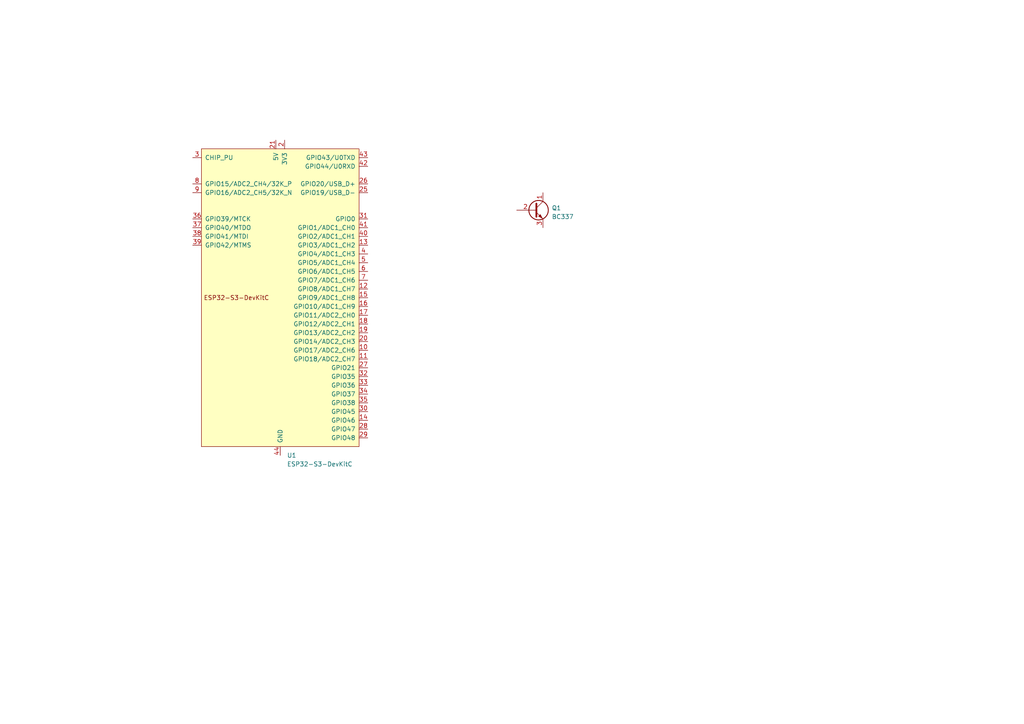
<source format=kicad_sch>
(kicad_sch (version 20230121) (generator eeschema)
  (paper "A4")
  (lib_symbols
    (symbol "PCM_Espressif:ESP32-S3-DevKitC" (pin_names (offset 1.016))
      (property "Reference" "U" (at -22.86 48.26 0))
      (property "Value" "ESP32-S3-DevKitC" (at -22.86 45.72 0))
      (symbol "ESP32-S3-DevKitC_0_0"
        (text "ESP32-S3-DevKitC" (at -12.7 0 0) (effects (font (size 1.27 1.27))))
        (pin bidirectional line (at 25.4 -35.56 180) (length 2.54) (name "GPIO46") (number "14"))
        (pin bidirectional line (at 25.4 -10.16 180) (length 2.54) (name "GPIO13/ADC2_CH2") (number "19"))
        (pin bidirectional line (at -25.4 15.24 0) (length 2.54) (name "GPIO42/MTMS") (number "39"))
        (pin bidirectional line (at 25.4 17.78 180) (length 2.54) (name "GPIO2/ADC1_CH1") (number "40"))
        (pin bidirectional line (at 25.4 20.32 180) (length 2.54) (name "GPIO1/ADC1_CH0") (number "41"))
        (pin bidirectional line (at 25.4 38.1 180) (length 2.54) (name "GPIO44/U0RXD") (number "42"))
        (pin bidirectional line (at 25.4 40.64 180) (length 2.54) (name "GPIO43/U0TXD") (number "43"))
        (pin power_in line (at 0 -45.72 90) (length 2.54) (name "GND") (number "44"))
      )
      (symbol "ESP32-S3-DevKitC_0_1"
        (rectangle (start -22.86 43.18) (end 22.86 -43.18) (fill (type background)))
        (pin power_in line (at 1.27 45.72 270) (length 2.54) (name "3V3") (number "2"))
      )
      (symbol "ESP32-S3-DevKitC_1_1"
        (pin passive line (at 1.27 45.72 270) (length 2.54) hide (name "3V3") (number "1"))
        (pin bidirectional line (at 25.4 -15.24 180) (length 2.54) (name "GPIO17/ADC2_CH6") (number "10"))
        (pin bidirectional line (at 25.4 -17.78 180) (length 2.54) (name "GPIO18/ADC2_CH7") (number "11"))
        (pin bidirectional line (at 25.4 2.54 180) (length 2.54) (name "GPIO8/ADC1_CH7") (number "12"))
        (pin bidirectional line (at 25.4 15.24 180) (length 2.54) (name "GPIO3/ADC1_CH2") (number "13"))
        (pin bidirectional line (at 25.4 0 180) (length 2.54) (name "GPIO9/ADC1_CH8") (number "15"))
        (pin bidirectional line (at 25.4 -2.54 180) (length 2.54) (name "GPIO10/ADC1_CH9") (number "16"))
        (pin bidirectional line (at 25.4 -5.08 180) (length 2.54) (name "GPIO11/ADC2_CH0") (number "17"))
        (pin bidirectional line (at 25.4 -7.62 180) (length 2.54) (name "GPIO12/ADC2_CH1") (number "18"))
        (pin bidirectional line (at 25.4 -12.7 180) (length 2.54) (name "GPIO14/ADC2_CH3") (number "20"))
        (pin power_in line (at -1.27 45.72 270) (length 2.54) (name "5V") (number "21"))
        (pin passive line (at 0 -45.72 90) (length 2.54) hide (name "GND") (number "22"))
        (pin passive line (at 0 -45.72 90) (length 2.54) hide (name "GND") (number "23"))
        (pin passive line (at 0 -45.72 90) (length 2.54) hide (name "GND") (number "24"))
        (pin bidirectional line (at 25.4 30.48 180) (length 2.54) (name "GPIO19/USB_D-") (number "25"))
        (pin bidirectional line (at 25.4 33.02 180) (length 2.54) (name "GPIO20/USB_D+") (number "26"))
        (pin bidirectional line (at 25.4 -20.32 180) (length 2.54) (name "GPIO21") (number "27"))
        (pin bidirectional line (at 25.4 -38.1 180) (length 2.54) (name "GPIO47") (number "28"))
        (pin bidirectional line (at 25.4 -40.64 180) (length 2.54) (name "GPIO48") (number "29"))
        (pin input line (at -25.4 40.64 0) (length 2.54) (name "CHIP_PU") (number "3"))
        (pin bidirectional line (at 25.4 -33.02 180) (length 2.54) (name "GPIO45") (number "30"))
        (pin bidirectional line (at 25.4 22.86 180) (length 2.54) (name "GPIO0") (number "31"))
        (pin bidirectional line (at 25.4 -22.86 180) (length 2.54) (name "GPIO35") (number "32"))
        (pin bidirectional line (at 25.4 -25.4 180) (length 2.54) (name "GPIO36") (number "33"))
        (pin bidirectional line (at 25.4 -27.94 180) (length 2.54) (name "GPIO37") (number "34"))
        (pin bidirectional line (at 25.4 -30.48 180) (length 2.54) (name "GPIO38") (number "35"))
        (pin bidirectional line (at -25.4 22.86 0) (length 2.54) (name "GPIO39/MTCK") (number "36"))
        (pin bidirectional line (at -25.4 20.32 0) (length 2.54) (name "GPIO40/MTDO") (number "37"))
        (pin bidirectional line (at -25.4 17.78 0) (length 2.54) (name "GPIO41/MTDI") (number "38"))
        (pin bidirectional line (at 25.4 12.7 180) (length 2.54) (name "GPIO4/ADC1_CH3") (number "4"))
        (pin bidirectional line (at 25.4 10.16 180) (length 2.54) (name "GPIO5/ADC1_CH4") (number "5"))
        (pin bidirectional line (at 25.4 7.62 180) (length 2.54) (name "GPIO6/ADC1_CH5") (number "6"))
        (pin bidirectional line (at 25.4 5.08 180) (length 2.54) (name "GPIO7/ADC1_CH6") (number "7"))
        (pin bidirectional line (at -25.4 33.02 0) (length 2.54) (name "GPIO15/ADC2_CH4/32K_P") (number "8"))
        (pin bidirectional line (at -25.4 30.48 0) (length 2.54) (name "GPIO16/ADC2_CH5/32K_N") (number "9"))
      )
    )
    (symbol "Transistor_BJT:BC337" (pin_names (offset 0) hide)
      (property "Reference" "Q" (at 5.08 1.905 0))
      (property "Value" "BC337" (at 5.08 0 0))
      (symbol "BC337_0_1"
        (polyline (pts (xy 0 0) (xy 0.635 0)))
        (polyline (pts (xy 0.635 0.635) (xy 2.54 2.54)))
        (polyline (pts (xy 0.635 -0.635) (xy 2.54 -2.54) (xy 2.54 -2.54)))
        (polyline (pts (xy 0.635 1.905) (xy 0.635 -1.905) (xy 0.635 -1.905)) (stroke (width 0.508)))
        (polyline (pts (xy 1.27 -1.778) (xy 1.778 -1.27) (xy 2.286 -2.286) (xy 1.27 -1.778) (xy 1.27 -1.778)) (fill (type outline)))
        (circle (center 1.27 0) (radius 2.8194) (stroke (width 0.254)))
      )
      (symbol "BC337_1_1"
        (pin passive line (at 2.54 5.08 270) (length 2.54) (name "C") (number "1"))
        (pin input line (at -5.08 0 0) (length 5.08) (name "B") (number "2"))
        (pin passive line (at 2.54 -5.08 90) (length 2.54) (name "E") (number "3"))
      )
    )
  )
  (symbol (lib_id "PCM_Espressif:ESP32-S3-DevKitC") (at 81.28 86.36 0) (unit 1)
    (property "Reference" "U1" (at 83.2359 132.08 0) (effects (justify left)))
    (property "Value" "ESP32-S3-DevKitC" (at 83.2359 134.62 0) (effects (justify left)))
    (property "Footprint" "PCM_Espressif:ESP32-S3-DevKitC" (effects hide))
  )
  (symbol (lib_id "Transistor_BJT:BC337") (at 154.94 60.96 0) (unit 1)
    (property "Reference" "Q1" (at 160.02 60.325 0) (effects (justify left)))
    (property "Value" "BC337" (at 160.02 62.865 0) (effects (justify left)))
    (property "Footprint" "Package_TO_SOT_THT:TO-92_Inline" (effects hide))
    (property "Datasheet" "https://diotec.com/tl_files/diotec/files/pdf/datasheets/bc337.pdf" (effects hide))
  )
)
</source>
